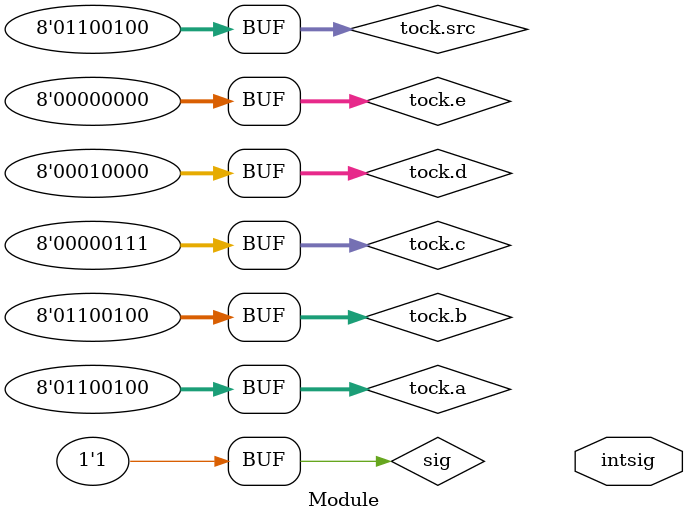
<source format=sv>
`include "metron/tools/metron_tools.sv"


module Module  (
  // output signals
  output intsig
);
/*public*/


  always_comb begin : tock
    logic[7:0] src;
    logic[7:0] a;
    logic[7:0] b;
    logic[7:0] e;
    logic[7:0] c;
    logic[7:0] d;
     src = 100;
     a = $signed(src);
     b = $unsigned(src);
     e = $signed(2'(src));
     c = $clog2(100);
     d = 2**(4);
    sig = 1;
  end

endmodule

</source>
